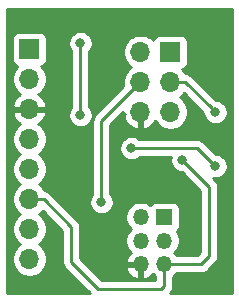
<source format=gbr>
G04 #@! TF.GenerationSoftware,KiCad,Pcbnew,(5.1.5-0-10_14)*
G04 #@! TF.CreationDate,2020-05-14T21:48:16+01:00*
G04 #@! TF.ProjectId,SnapICSP,536e6170-4943-4535-902e-6b696361645f,rev?*
G04 #@! TF.SameCoordinates,Original*
G04 #@! TF.FileFunction,Copper,L2,Bot*
G04 #@! TF.FilePolarity,Positive*
%FSLAX46Y46*%
G04 Gerber Fmt 4.6, Leading zero omitted, Abs format (unit mm)*
G04 Created by KiCad (PCBNEW (5.1.5-0-10_14)) date 2020-05-14 21:48:16*
%MOMM*%
%LPD*%
G04 APERTURE LIST*
%ADD10R,1.700000X1.700000*%
%ADD11O,1.700000X1.700000*%
%ADD12R,1.350000X1.350000*%
%ADD13O,1.350000X1.350000*%
%ADD14C,0.800000*%
%ADD15C,0.250000*%
%ADD16C,0.254000*%
G04 APERTURE END LIST*
D10*
X88900000Y54356000D03*
D11*
X88900000Y51816000D03*
X88900000Y49276000D03*
X88900000Y46736000D03*
X88900000Y44196000D03*
X88900000Y41656000D03*
X88900000Y39116000D03*
X88900000Y36576000D03*
D12*
X100330000Y40132000D03*
D13*
X98330000Y40132000D03*
X100330000Y38132000D03*
X98330000Y38132000D03*
X100330000Y36132000D03*
X98330000Y36132000D03*
D10*
X100838000Y54102000D03*
D11*
X98298000Y54102000D03*
X100838000Y51562000D03*
X98298000Y51562000D03*
X100838000Y49022000D03*
X98298000Y49022000D03*
D14*
X94996000Y41402000D03*
X101854000Y44958000D03*
X104648000Y49022000D03*
X104647994Y44450000D03*
X97536000Y45974000D03*
X93218000Y54864000D03*
X93218000Y48768000D03*
D15*
X94996000Y48260000D02*
X94996000Y41402000D01*
X98298000Y51562000D02*
X94996000Y48260000D01*
X90102081Y41656000D02*
X92456000Y39302081D01*
X88900000Y41656000D02*
X90102081Y41656000D01*
X92456000Y39302081D02*
X92456000Y36322000D01*
X92456000Y36322000D02*
X94742000Y34036000D01*
X94742000Y34036000D02*
X100076000Y34036000D01*
X100330000Y34290000D02*
X100330000Y36132000D01*
X100076000Y34036000D02*
X100330000Y34290000D01*
X101854000Y44958000D02*
X104140000Y42672000D01*
X104140000Y42672000D02*
X104140000Y36830000D01*
X103442000Y36132000D02*
X100330000Y36132000D01*
X104140000Y36830000D02*
X103442000Y36132000D01*
X102108000Y51562000D02*
X104248001Y49421999D01*
X100838000Y51562000D02*
X102108000Y51562000D01*
X104248001Y49421999D02*
X104648000Y49022000D01*
X98101685Y45974000D02*
X97536000Y45974000D01*
X104647994Y44450000D02*
X103123994Y45974000D01*
X103123994Y45974000D02*
X98101685Y45974000D01*
X93218000Y48768000D02*
X93218000Y54864000D01*
D16*
G36*
X106020001Y33680000D02*
G01*
X100794801Y33680000D01*
X100840998Y33726197D01*
X100870001Y33749999D01*
X100964974Y33865724D01*
X101035546Y33997753D01*
X101079003Y34141014D01*
X101090000Y34252667D01*
X101090000Y34252676D01*
X101093676Y34289999D01*
X101090000Y34327322D01*
X101090000Y35064291D01*
X101165077Y35114456D01*
X101347544Y35296923D01*
X101397709Y35372000D01*
X103404678Y35372000D01*
X103442000Y35368324D01*
X103479322Y35372000D01*
X103479333Y35372000D01*
X103590986Y35382997D01*
X103734247Y35426454D01*
X103866276Y35497026D01*
X103982001Y35591999D01*
X104005803Y35621002D01*
X104651002Y36266201D01*
X104680001Y36289999D01*
X104706332Y36322083D01*
X104774974Y36405723D01*
X104845546Y36537753D01*
X104877472Y36643002D01*
X104889003Y36681014D01*
X104900000Y36792667D01*
X104900000Y36792676D01*
X104903676Y36829999D01*
X104900000Y36867322D01*
X104900000Y42634678D01*
X104903676Y42672001D01*
X104900000Y42709324D01*
X104900000Y42709333D01*
X104889003Y42820986D01*
X104845546Y42964247D01*
X104774974Y43096276D01*
X104680001Y43212001D01*
X104651004Y43235798D01*
X104453365Y43433437D01*
X104546055Y43415000D01*
X104749933Y43415000D01*
X104949892Y43454774D01*
X105138250Y43532795D01*
X105307768Y43646063D01*
X105451931Y43790226D01*
X105565199Y43959744D01*
X105643220Y44148102D01*
X105682994Y44348061D01*
X105682994Y44551939D01*
X105643220Y44751898D01*
X105565199Y44940256D01*
X105451931Y45109774D01*
X105307768Y45253937D01*
X105138250Y45367205D01*
X104949892Y45445226D01*
X104749933Y45485000D01*
X104687796Y45485000D01*
X103687797Y46484998D01*
X103663995Y46514001D01*
X103548270Y46608974D01*
X103416241Y46679546D01*
X103272980Y46723003D01*
X103161327Y46734000D01*
X103161316Y46734000D01*
X103123994Y46737676D01*
X103086672Y46734000D01*
X98239711Y46734000D01*
X98195774Y46777937D01*
X98026256Y46891205D01*
X97837898Y46969226D01*
X97637939Y47009000D01*
X97434061Y47009000D01*
X97234102Y46969226D01*
X97045744Y46891205D01*
X96876226Y46777937D01*
X96732063Y46633774D01*
X96618795Y46464256D01*
X96540774Y46275898D01*
X96501000Y46075939D01*
X96501000Y45872061D01*
X96540774Y45672102D01*
X96618795Y45483744D01*
X96732063Y45314226D01*
X96876226Y45170063D01*
X97045744Y45056795D01*
X97234102Y44978774D01*
X97434061Y44939000D01*
X97637939Y44939000D01*
X97837898Y44978774D01*
X98026256Y45056795D01*
X98195774Y45170063D01*
X98239711Y45214000D01*
X100849644Y45214000D01*
X100819000Y45059939D01*
X100819000Y44856061D01*
X100858774Y44656102D01*
X100936795Y44467744D01*
X101050063Y44298226D01*
X101194226Y44154063D01*
X101363744Y44040795D01*
X101552102Y43962774D01*
X101752061Y43923000D01*
X101814199Y43923000D01*
X103380000Y42357198D01*
X103380001Y37144803D01*
X103127199Y36892000D01*
X101397709Y36892000D01*
X101347544Y36967077D01*
X101182621Y37132000D01*
X101347544Y37296923D01*
X101490907Y37511482D01*
X101589658Y37749887D01*
X101640000Y38002976D01*
X101640000Y38261024D01*
X101589658Y38514113D01*
X101490907Y38752518D01*
X101369303Y38934513D01*
X101456185Y39005815D01*
X101535537Y39102506D01*
X101594502Y39212820D01*
X101630812Y39332518D01*
X101643072Y39457000D01*
X101643072Y40807000D01*
X101630812Y40931482D01*
X101594502Y41051180D01*
X101535537Y41161494D01*
X101456185Y41258185D01*
X101359494Y41337537D01*
X101249180Y41396502D01*
X101129482Y41432812D01*
X101005000Y41445072D01*
X99655000Y41445072D01*
X99530518Y41432812D01*
X99410820Y41396502D01*
X99300506Y41337537D01*
X99203815Y41258185D01*
X99132513Y41171303D01*
X98950518Y41292907D01*
X98712113Y41391658D01*
X98459024Y41442000D01*
X98200976Y41442000D01*
X97947887Y41391658D01*
X97709482Y41292907D01*
X97494923Y41149544D01*
X97312456Y40967077D01*
X97169093Y40752518D01*
X97070342Y40514113D01*
X97020000Y40261024D01*
X97020000Y40002976D01*
X97070342Y39749887D01*
X97169093Y39511482D01*
X97312456Y39296923D01*
X97477379Y39132000D01*
X97312456Y38967077D01*
X97169093Y38752518D01*
X97070342Y38514113D01*
X97020000Y38261024D01*
X97020000Y38002976D01*
X97070342Y37749887D01*
X97169093Y37511482D01*
X97312456Y37296923D01*
X97484060Y37125319D01*
X97351697Y37003227D01*
X97200527Y36795629D01*
X97092762Y36562528D01*
X97062090Y36461400D01*
X97185776Y36259000D01*
X98203000Y36259000D01*
X98203000Y36279000D01*
X98457000Y36279000D01*
X98457000Y36259000D01*
X98477000Y36259000D01*
X98477000Y36005000D01*
X98457000Y36005000D01*
X98457000Y34986915D01*
X98659401Y34864085D01*
X98900430Y34952711D01*
X99119537Y35086656D01*
X99308303Y35260773D01*
X99325285Y35284094D01*
X99494923Y35114456D01*
X99570000Y35064291D01*
X99570000Y34796000D01*
X95056802Y34796000D01*
X94050202Y35802600D01*
X97062090Y35802600D01*
X97092762Y35701472D01*
X97200527Y35468371D01*
X97351697Y35260773D01*
X97540463Y35086656D01*
X97759570Y34952711D01*
X98000599Y34864085D01*
X98203000Y34986915D01*
X98203000Y36005000D01*
X97185776Y36005000D01*
X97062090Y35802600D01*
X94050202Y35802600D01*
X93216000Y36636801D01*
X93216000Y39264759D01*
X93219676Y39302082D01*
X93216000Y39339405D01*
X93216000Y39339414D01*
X93205003Y39451067D01*
X93161546Y39594328D01*
X93090974Y39726357D01*
X92996001Y39842082D01*
X92967004Y39865879D01*
X91328944Y41503939D01*
X93961000Y41503939D01*
X93961000Y41300061D01*
X94000774Y41100102D01*
X94078795Y40911744D01*
X94192063Y40742226D01*
X94336226Y40598063D01*
X94505744Y40484795D01*
X94694102Y40406774D01*
X94894061Y40367000D01*
X95097939Y40367000D01*
X95297898Y40406774D01*
X95486256Y40484795D01*
X95655774Y40598063D01*
X95799937Y40742226D01*
X95913205Y40911744D01*
X95991226Y41100102D01*
X96031000Y41300061D01*
X96031000Y41503939D01*
X95991226Y41703898D01*
X95913205Y41892256D01*
X95799937Y42061774D01*
X95756000Y42105711D01*
X95756000Y47945199D01*
X96813000Y49002199D01*
X96813000Y48894998D01*
X96977844Y48894998D01*
X96856524Y48665110D01*
X96901175Y48517901D01*
X97026359Y48255080D01*
X97200412Y48021731D01*
X97416645Y47826822D01*
X97666748Y47677843D01*
X97941109Y47580519D01*
X98171000Y47701186D01*
X98171000Y48895000D01*
X98151000Y48895000D01*
X98151000Y49149000D01*
X98171000Y49149000D01*
X98171000Y49169000D01*
X98425000Y49169000D01*
X98425000Y49149000D01*
X98445000Y49149000D01*
X98445000Y48895000D01*
X98425000Y48895000D01*
X98425000Y47701186D01*
X98654891Y47580519D01*
X98929252Y47677843D01*
X99179355Y47826822D01*
X99395588Y48021731D01*
X99566900Y48251406D01*
X99684525Y48075368D01*
X99891368Y47868525D01*
X100134589Y47706010D01*
X100404842Y47594068D01*
X100691740Y47537000D01*
X100984260Y47537000D01*
X101271158Y47594068D01*
X101541411Y47706010D01*
X101784632Y47868525D01*
X101991475Y48075368D01*
X102153990Y48318589D01*
X102265932Y48588842D01*
X102323000Y48875740D01*
X102323000Y49168260D01*
X102265932Y49455158D01*
X102153990Y49725411D01*
X101991475Y49968632D01*
X101784632Y50175475D01*
X101610240Y50292000D01*
X101784632Y50408525D01*
X101985653Y50609546D01*
X103613000Y48982197D01*
X103613000Y48920061D01*
X103652774Y48720102D01*
X103730795Y48531744D01*
X103844063Y48362226D01*
X103988226Y48218063D01*
X104157744Y48104795D01*
X104346102Y48026774D01*
X104546061Y47987000D01*
X104749939Y47987000D01*
X104949898Y48026774D01*
X105138256Y48104795D01*
X105307774Y48218063D01*
X105451937Y48362226D01*
X105565205Y48531744D01*
X105643226Y48720102D01*
X105683000Y48920061D01*
X105683000Y49123939D01*
X105643226Y49323898D01*
X105565205Y49512256D01*
X105451937Y49681774D01*
X105307774Y49825937D01*
X105138256Y49939205D01*
X104949898Y50017226D01*
X104749939Y50057000D01*
X104687803Y50057000D01*
X102671804Y52072998D01*
X102648001Y52102001D01*
X102532276Y52196974D01*
X102400247Y52267546D01*
X102256986Y52311003D01*
X102145333Y52322000D01*
X102145322Y52322000D01*
X102114125Y52325073D01*
X101991475Y52508632D01*
X101859620Y52640487D01*
X101932180Y52662498D01*
X102042494Y52721463D01*
X102139185Y52800815D01*
X102218537Y52897506D01*
X102277502Y53007820D01*
X102313812Y53127518D01*
X102326072Y53252000D01*
X102326072Y54952000D01*
X102313812Y55076482D01*
X102277502Y55196180D01*
X102218537Y55306494D01*
X102139185Y55403185D01*
X102042494Y55482537D01*
X101932180Y55541502D01*
X101812482Y55577812D01*
X101688000Y55590072D01*
X99988000Y55590072D01*
X99863518Y55577812D01*
X99743820Y55541502D01*
X99633506Y55482537D01*
X99536815Y55403185D01*
X99457463Y55306494D01*
X99398498Y55196180D01*
X99376487Y55123620D01*
X99244632Y55255475D01*
X99001411Y55417990D01*
X98731158Y55529932D01*
X98444260Y55587000D01*
X98151740Y55587000D01*
X97864842Y55529932D01*
X97594589Y55417990D01*
X97351368Y55255475D01*
X97144525Y55048632D01*
X96982010Y54805411D01*
X96870068Y54535158D01*
X96813000Y54248260D01*
X96813000Y53955740D01*
X96870068Y53668842D01*
X96982010Y53398589D01*
X97144525Y53155368D01*
X97351368Y52948525D01*
X97525760Y52832000D01*
X97351368Y52715475D01*
X97144525Y52508632D01*
X96982010Y52265411D01*
X96870068Y51995158D01*
X96813000Y51708260D01*
X96813000Y51415740D01*
X96856790Y51195592D01*
X94485003Y48823804D01*
X94455999Y48800001D01*
X94400871Y48732826D01*
X94361026Y48684276D01*
X94314763Y48597724D01*
X94290454Y48552246D01*
X94246997Y48408985D01*
X94236000Y48297332D01*
X94236000Y48297322D01*
X94232324Y48260000D01*
X94236000Y48222677D01*
X94236001Y42105712D01*
X94192063Y42061774D01*
X94078795Y41892256D01*
X94000774Y41703898D01*
X93961000Y41503939D01*
X91328944Y41503939D01*
X90665885Y42166997D01*
X90642082Y42196001D01*
X90526357Y42290974D01*
X90394328Y42361546D01*
X90251067Y42405003D01*
X90180909Y42411913D01*
X90053475Y42602632D01*
X89846632Y42809475D01*
X89672240Y42926000D01*
X89846632Y43042525D01*
X90053475Y43249368D01*
X90215990Y43492589D01*
X90327932Y43762842D01*
X90385000Y44049740D01*
X90385000Y44342260D01*
X90327932Y44629158D01*
X90215990Y44899411D01*
X90053475Y45142632D01*
X89846632Y45349475D01*
X89672240Y45466000D01*
X89846632Y45582525D01*
X90053475Y45789368D01*
X90215990Y46032589D01*
X90327932Y46302842D01*
X90385000Y46589740D01*
X90385000Y46882260D01*
X90327932Y47169158D01*
X90215990Y47439411D01*
X90053475Y47682632D01*
X89846632Y47889475D01*
X89664466Y48011195D01*
X89781355Y48080822D01*
X89997588Y48275731D01*
X90171641Y48509080D01*
X90296825Y48771901D01*
X90341476Y48919110D01*
X90220155Y49149000D01*
X89027000Y49149000D01*
X89027000Y49129000D01*
X88773000Y49129000D01*
X88773000Y49149000D01*
X87579845Y49149000D01*
X87458524Y48919110D01*
X87503175Y48771901D01*
X87628359Y48509080D01*
X87802412Y48275731D01*
X88018645Y48080822D01*
X88135534Y48011195D01*
X87953368Y47889475D01*
X87746525Y47682632D01*
X87584010Y47439411D01*
X87472068Y47169158D01*
X87415000Y46882260D01*
X87415000Y46589740D01*
X87472068Y46302842D01*
X87584010Y46032589D01*
X87746525Y45789368D01*
X87953368Y45582525D01*
X88127760Y45466000D01*
X87953368Y45349475D01*
X87746525Y45142632D01*
X87584010Y44899411D01*
X87472068Y44629158D01*
X87415000Y44342260D01*
X87415000Y44049740D01*
X87472068Y43762842D01*
X87584010Y43492589D01*
X87746525Y43249368D01*
X87953368Y43042525D01*
X88127760Y42926000D01*
X87953368Y42809475D01*
X87746525Y42602632D01*
X87584010Y42359411D01*
X87472068Y42089158D01*
X87415000Y41802260D01*
X87415000Y41509740D01*
X87472068Y41222842D01*
X87584010Y40952589D01*
X87746525Y40709368D01*
X87953368Y40502525D01*
X88127760Y40386000D01*
X87953368Y40269475D01*
X87746525Y40062632D01*
X87584010Y39819411D01*
X87472068Y39549158D01*
X87415000Y39262260D01*
X87415000Y38969740D01*
X87472068Y38682842D01*
X87584010Y38412589D01*
X87746525Y38169368D01*
X87953368Y37962525D01*
X88127760Y37846000D01*
X87953368Y37729475D01*
X87746525Y37522632D01*
X87584010Y37279411D01*
X87472068Y37009158D01*
X87415000Y36722260D01*
X87415000Y36429740D01*
X87472068Y36142842D01*
X87584010Y35872589D01*
X87746525Y35629368D01*
X87953368Y35422525D01*
X88196589Y35260010D01*
X88466842Y35148068D01*
X88753740Y35091000D01*
X89046260Y35091000D01*
X89333158Y35148068D01*
X89603411Y35260010D01*
X89846632Y35422525D01*
X90053475Y35629368D01*
X90215990Y35872589D01*
X90327932Y36142842D01*
X90385000Y36429740D01*
X90385000Y36722260D01*
X90327932Y37009158D01*
X90215990Y37279411D01*
X90053475Y37522632D01*
X89846632Y37729475D01*
X89672240Y37846000D01*
X89846632Y37962525D01*
X90053475Y38169368D01*
X90215990Y38412589D01*
X90327932Y38682842D01*
X90385000Y38969740D01*
X90385000Y39262260D01*
X90327932Y39549158D01*
X90215990Y39819411D01*
X90053475Y40062632D01*
X89846632Y40269475D01*
X89672240Y40386000D01*
X89846632Y40502525D01*
X90013693Y40669586D01*
X91696000Y38987279D01*
X91696001Y36359332D01*
X91692324Y36322000D01*
X91696001Y36284667D01*
X91706998Y36173014D01*
X91719439Y36132000D01*
X91750454Y36029754D01*
X91821026Y35897724D01*
X91892201Y35810998D01*
X91916000Y35781999D01*
X91944998Y35758201D01*
X94023198Y33680000D01*
X87020000Y33680000D01*
X87020000Y55206000D01*
X87411928Y55206000D01*
X87411928Y53506000D01*
X87424188Y53381518D01*
X87460498Y53261820D01*
X87519463Y53151506D01*
X87598815Y53054815D01*
X87695506Y52975463D01*
X87805820Y52916498D01*
X87878380Y52894487D01*
X87746525Y52762632D01*
X87584010Y52519411D01*
X87472068Y52249158D01*
X87415000Y51962260D01*
X87415000Y51669740D01*
X87472068Y51382842D01*
X87584010Y51112589D01*
X87746525Y50869368D01*
X87953368Y50662525D01*
X88135534Y50540805D01*
X88018645Y50471178D01*
X87802412Y50276269D01*
X87628359Y50042920D01*
X87503175Y49780099D01*
X87458524Y49632890D01*
X87579845Y49403000D01*
X88773000Y49403000D01*
X88773000Y49423000D01*
X89027000Y49423000D01*
X89027000Y49403000D01*
X90220155Y49403000D01*
X90341476Y49632890D01*
X90296825Y49780099D01*
X90171641Y50042920D01*
X89997588Y50276269D01*
X89781355Y50471178D01*
X89664466Y50540805D01*
X89846632Y50662525D01*
X90053475Y50869368D01*
X90215990Y51112589D01*
X90327932Y51382842D01*
X90385000Y51669740D01*
X90385000Y51962260D01*
X90327932Y52249158D01*
X90215990Y52519411D01*
X90053475Y52762632D01*
X89921620Y52894487D01*
X89994180Y52916498D01*
X90104494Y52975463D01*
X90201185Y53054815D01*
X90280537Y53151506D01*
X90339502Y53261820D01*
X90375812Y53381518D01*
X90388072Y53506000D01*
X90388072Y54965939D01*
X92183000Y54965939D01*
X92183000Y54762061D01*
X92222774Y54562102D01*
X92300795Y54373744D01*
X92414063Y54204226D01*
X92458001Y54160288D01*
X92458000Y49471711D01*
X92414063Y49427774D01*
X92300795Y49258256D01*
X92222774Y49069898D01*
X92183000Y48869939D01*
X92183000Y48666061D01*
X92222774Y48466102D01*
X92300795Y48277744D01*
X92414063Y48108226D01*
X92558226Y47964063D01*
X92727744Y47850795D01*
X92916102Y47772774D01*
X93116061Y47733000D01*
X93319939Y47733000D01*
X93519898Y47772774D01*
X93708256Y47850795D01*
X93877774Y47964063D01*
X94021937Y48108226D01*
X94135205Y48277744D01*
X94213226Y48466102D01*
X94253000Y48666061D01*
X94253000Y48869939D01*
X94213226Y49069898D01*
X94135205Y49258256D01*
X94021937Y49427774D01*
X93978000Y49471711D01*
X93978000Y54160289D01*
X94021937Y54204226D01*
X94135205Y54373744D01*
X94213226Y54562102D01*
X94253000Y54762061D01*
X94253000Y54965939D01*
X94213226Y55165898D01*
X94135205Y55354256D01*
X94021937Y55523774D01*
X93877774Y55667937D01*
X93708256Y55781205D01*
X93519898Y55859226D01*
X93319939Y55899000D01*
X93116061Y55899000D01*
X92916102Y55859226D01*
X92727744Y55781205D01*
X92558226Y55667937D01*
X92414063Y55523774D01*
X92300795Y55354256D01*
X92222774Y55165898D01*
X92183000Y54965939D01*
X90388072Y54965939D01*
X90388072Y55206000D01*
X90375812Y55330482D01*
X90339502Y55450180D01*
X90280537Y55560494D01*
X90201185Y55657185D01*
X90104494Y55736537D01*
X89994180Y55795502D01*
X89874482Y55831812D01*
X89750000Y55844072D01*
X88050000Y55844072D01*
X87925518Y55831812D01*
X87805820Y55795502D01*
X87695506Y55736537D01*
X87598815Y55657185D01*
X87519463Y55560494D01*
X87460498Y55450180D01*
X87424188Y55330482D01*
X87411928Y55206000D01*
X87020000Y55206000D01*
X87020000Y57760000D01*
X106020000Y57760000D01*
X106020001Y33680000D01*
G37*
X106020001Y33680000D02*
X100794801Y33680000D01*
X100840998Y33726197D01*
X100870001Y33749999D01*
X100964974Y33865724D01*
X101035546Y33997753D01*
X101079003Y34141014D01*
X101090000Y34252667D01*
X101090000Y34252676D01*
X101093676Y34289999D01*
X101090000Y34327322D01*
X101090000Y35064291D01*
X101165077Y35114456D01*
X101347544Y35296923D01*
X101397709Y35372000D01*
X103404678Y35372000D01*
X103442000Y35368324D01*
X103479322Y35372000D01*
X103479333Y35372000D01*
X103590986Y35382997D01*
X103734247Y35426454D01*
X103866276Y35497026D01*
X103982001Y35591999D01*
X104005803Y35621002D01*
X104651002Y36266201D01*
X104680001Y36289999D01*
X104706332Y36322083D01*
X104774974Y36405723D01*
X104845546Y36537753D01*
X104877472Y36643002D01*
X104889003Y36681014D01*
X104900000Y36792667D01*
X104900000Y36792676D01*
X104903676Y36829999D01*
X104900000Y36867322D01*
X104900000Y42634678D01*
X104903676Y42672001D01*
X104900000Y42709324D01*
X104900000Y42709333D01*
X104889003Y42820986D01*
X104845546Y42964247D01*
X104774974Y43096276D01*
X104680001Y43212001D01*
X104651004Y43235798D01*
X104453365Y43433437D01*
X104546055Y43415000D01*
X104749933Y43415000D01*
X104949892Y43454774D01*
X105138250Y43532795D01*
X105307768Y43646063D01*
X105451931Y43790226D01*
X105565199Y43959744D01*
X105643220Y44148102D01*
X105682994Y44348061D01*
X105682994Y44551939D01*
X105643220Y44751898D01*
X105565199Y44940256D01*
X105451931Y45109774D01*
X105307768Y45253937D01*
X105138250Y45367205D01*
X104949892Y45445226D01*
X104749933Y45485000D01*
X104687796Y45485000D01*
X103687797Y46484998D01*
X103663995Y46514001D01*
X103548270Y46608974D01*
X103416241Y46679546D01*
X103272980Y46723003D01*
X103161327Y46734000D01*
X103161316Y46734000D01*
X103123994Y46737676D01*
X103086672Y46734000D01*
X98239711Y46734000D01*
X98195774Y46777937D01*
X98026256Y46891205D01*
X97837898Y46969226D01*
X97637939Y47009000D01*
X97434061Y47009000D01*
X97234102Y46969226D01*
X97045744Y46891205D01*
X96876226Y46777937D01*
X96732063Y46633774D01*
X96618795Y46464256D01*
X96540774Y46275898D01*
X96501000Y46075939D01*
X96501000Y45872061D01*
X96540774Y45672102D01*
X96618795Y45483744D01*
X96732063Y45314226D01*
X96876226Y45170063D01*
X97045744Y45056795D01*
X97234102Y44978774D01*
X97434061Y44939000D01*
X97637939Y44939000D01*
X97837898Y44978774D01*
X98026256Y45056795D01*
X98195774Y45170063D01*
X98239711Y45214000D01*
X100849644Y45214000D01*
X100819000Y45059939D01*
X100819000Y44856061D01*
X100858774Y44656102D01*
X100936795Y44467744D01*
X101050063Y44298226D01*
X101194226Y44154063D01*
X101363744Y44040795D01*
X101552102Y43962774D01*
X101752061Y43923000D01*
X101814199Y43923000D01*
X103380000Y42357198D01*
X103380001Y37144803D01*
X103127199Y36892000D01*
X101397709Y36892000D01*
X101347544Y36967077D01*
X101182621Y37132000D01*
X101347544Y37296923D01*
X101490907Y37511482D01*
X101589658Y37749887D01*
X101640000Y38002976D01*
X101640000Y38261024D01*
X101589658Y38514113D01*
X101490907Y38752518D01*
X101369303Y38934513D01*
X101456185Y39005815D01*
X101535537Y39102506D01*
X101594502Y39212820D01*
X101630812Y39332518D01*
X101643072Y39457000D01*
X101643072Y40807000D01*
X101630812Y40931482D01*
X101594502Y41051180D01*
X101535537Y41161494D01*
X101456185Y41258185D01*
X101359494Y41337537D01*
X101249180Y41396502D01*
X101129482Y41432812D01*
X101005000Y41445072D01*
X99655000Y41445072D01*
X99530518Y41432812D01*
X99410820Y41396502D01*
X99300506Y41337537D01*
X99203815Y41258185D01*
X99132513Y41171303D01*
X98950518Y41292907D01*
X98712113Y41391658D01*
X98459024Y41442000D01*
X98200976Y41442000D01*
X97947887Y41391658D01*
X97709482Y41292907D01*
X97494923Y41149544D01*
X97312456Y40967077D01*
X97169093Y40752518D01*
X97070342Y40514113D01*
X97020000Y40261024D01*
X97020000Y40002976D01*
X97070342Y39749887D01*
X97169093Y39511482D01*
X97312456Y39296923D01*
X97477379Y39132000D01*
X97312456Y38967077D01*
X97169093Y38752518D01*
X97070342Y38514113D01*
X97020000Y38261024D01*
X97020000Y38002976D01*
X97070342Y37749887D01*
X97169093Y37511482D01*
X97312456Y37296923D01*
X97484060Y37125319D01*
X97351697Y37003227D01*
X97200527Y36795629D01*
X97092762Y36562528D01*
X97062090Y36461400D01*
X97185776Y36259000D01*
X98203000Y36259000D01*
X98203000Y36279000D01*
X98457000Y36279000D01*
X98457000Y36259000D01*
X98477000Y36259000D01*
X98477000Y36005000D01*
X98457000Y36005000D01*
X98457000Y34986915D01*
X98659401Y34864085D01*
X98900430Y34952711D01*
X99119537Y35086656D01*
X99308303Y35260773D01*
X99325285Y35284094D01*
X99494923Y35114456D01*
X99570000Y35064291D01*
X99570000Y34796000D01*
X95056802Y34796000D01*
X94050202Y35802600D01*
X97062090Y35802600D01*
X97092762Y35701472D01*
X97200527Y35468371D01*
X97351697Y35260773D01*
X97540463Y35086656D01*
X97759570Y34952711D01*
X98000599Y34864085D01*
X98203000Y34986915D01*
X98203000Y36005000D01*
X97185776Y36005000D01*
X97062090Y35802600D01*
X94050202Y35802600D01*
X93216000Y36636801D01*
X93216000Y39264759D01*
X93219676Y39302082D01*
X93216000Y39339405D01*
X93216000Y39339414D01*
X93205003Y39451067D01*
X93161546Y39594328D01*
X93090974Y39726357D01*
X92996001Y39842082D01*
X92967004Y39865879D01*
X91328944Y41503939D01*
X93961000Y41503939D01*
X93961000Y41300061D01*
X94000774Y41100102D01*
X94078795Y40911744D01*
X94192063Y40742226D01*
X94336226Y40598063D01*
X94505744Y40484795D01*
X94694102Y40406774D01*
X94894061Y40367000D01*
X95097939Y40367000D01*
X95297898Y40406774D01*
X95486256Y40484795D01*
X95655774Y40598063D01*
X95799937Y40742226D01*
X95913205Y40911744D01*
X95991226Y41100102D01*
X96031000Y41300061D01*
X96031000Y41503939D01*
X95991226Y41703898D01*
X95913205Y41892256D01*
X95799937Y42061774D01*
X95756000Y42105711D01*
X95756000Y47945199D01*
X96813000Y49002199D01*
X96813000Y48894998D01*
X96977844Y48894998D01*
X96856524Y48665110D01*
X96901175Y48517901D01*
X97026359Y48255080D01*
X97200412Y48021731D01*
X97416645Y47826822D01*
X97666748Y47677843D01*
X97941109Y47580519D01*
X98171000Y47701186D01*
X98171000Y48895000D01*
X98151000Y48895000D01*
X98151000Y49149000D01*
X98171000Y49149000D01*
X98171000Y49169000D01*
X98425000Y49169000D01*
X98425000Y49149000D01*
X98445000Y49149000D01*
X98445000Y48895000D01*
X98425000Y48895000D01*
X98425000Y47701186D01*
X98654891Y47580519D01*
X98929252Y47677843D01*
X99179355Y47826822D01*
X99395588Y48021731D01*
X99566900Y48251406D01*
X99684525Y48075368D01*
X99891368Y47868525D01*
X100134589Y47706010D01*
X100404842Y47594068D01*
X100691740Y47537000D01*
X100984260Y47537000D01*
X101271158Y47594068D01*
X101541411Y47706010D01*
X101784632Y47868525D01*
X101991475Y48075368D01*
X102153990Y48318589D01*
X102265932Y48588842D01*
X102323000Y48875740D01*
X102323000Y49168260D01*
X102265932Y49455158D01*
X102153990Y49725411D01*
X101991475Y49968632D01*
X101784632Y50175475D01*
X101610240Y50292000D01*
X101784632Y50408525D01*
X101985653Y50609546D01*
X103613000Y48982197D01*
X103613000Y48920061D01*
X103652774Y48720102D01*
X103730795Y48531744D01*
X103844063Y48362226D01*
X103988226Y48218063D01*
X104157744Y48104795D01*
X104346102Y48026774D01*
X104546061Y47987000D01*
X104749939Y47987000D01*
X104949898Y48026774D01*
X105138256Y48104795D01*
X105307774Y48218063D01*
X105451937Y48362226D01*
X105565205Y48531744D01*
X105643226Y48720102D01*
X105683000Y48920061D01*
X105683000Y49123939D01*
X105643226Y49323898D01*
X105565205Y49512256D01*
X105451937Y49681774D01*
X105307774Y49825937D01*
X105138256Y49939205D01*
X104949898Y50017226D01*
X104749939Y50057000D01*
X104687803Y50057000D01*
X102671804Y52072998D01*
X102648001Y52102001D01*
X102532276Y52196974D01*
X102400247Y52267546D01*
X102256986Y52311003D01*
X102145333Y52322000D01*
X102145322Y52322000D01*
X102114125Y52325073D01*
X101991475Y52508632D01*
X101859620Y52640487D01*
X101932180Y52662498D01*
X102042494Y52721463D01*
X102139185Y52800815D01*
X102218537Y52897506D01*
X102277502Y53007820D01*
X102313812Y53127518D01*
X102326072Y53252000D01*
X102326072Y54952000D01*
X102313812Y55076482D01*
X102277502Y55196180D01*
X102218537Y55306494D01*
X102139185Y55403185D01*
X102042494Y55482537D01*
X101932180Y55541502D01*
X101812482Y55577812D01*
X101688000Y55590072D01*
X99988000Y55590072D01*
X99863518Y55577812D01*
X99743820Y55541502D01*
X99633506Y55482537D01*
X99536815Y55403185D01*
X99457463Y55306494D01*
X99398498Y55196180D01*
X99376487Y55123620D01*
X99244632Y55255475D01*
X99001411Y55417990D01*
X98731158Y55529932D01*
X98444260Y55587000D01*
X98151740Y55587000D01*
X97864842Y55529932D01*
X97594589Y55417990D01*
X97351368Y55255475D01*
X97144525Y55048632D01*
X96982010Y54805411D01*
X96870068Y54535158D01*
X96813000Y54248260D01*
X96813000Y53955740D01*
X96870068Y53668842D01*
X96982010Y53398589D01*
X97144525Y53155368D01*
X97351368Y52948525D01*
X97525760Y52832000D01*
X97351368Y52715475D01*
X97144525Y52508632D01*
X96982010Y52265411D01*
X96870068Y51995158D01*
X96813000Y51708260D01*
X96813000Y51415740D01*
X96856790Y51195592D01*
X94485003Y48823804D01*
X94455999Y48800001D01*
X94400871Y48732826D01*
X94361026Y48684276D01*
X94314763Y48597724D01*
X94290454Y48552246D01*
X94246997Y48408985D01*
X94236000Y48297332D01*
X94236000Y48297322D01*
X94232324Y48260000D01*
X94236000Y48222677D01*
X94236001Y42105712D01*
X94192063Y42061774D01*
X94078795Y41892256D01*
X94000774Y41703898D01*
X93961000Y41503939D01*
X91328944Y41503939D01*
X90665885Y42166997D01*
X90642082Y42196001D01*
X90526357Y42290974D01*
X90394328Y42361546D01*
X90251067Y42405003D01*
X90180909Y42411913D01*
X90053475Y42602632D01*
X89846632Y42809475D01*
X89672240Y42926000D01*
X89846632Y43042525D01*
X90053475Y43249368D01*
X90215990Y43492589D01*
X90327932Y43762842D01*
X90385000Y44049740D01*
X90385000Y44342260D01*
X90327932Y44629158D01*
X90215990Y44899411D01*
X90053475Y45142632D01*
X89846632Y45349475D01*
X89672240Y45466000D01*
X89846632Y45582525D01*
X90053475Y45789368D01*
X90215990Y46032589D01*
X90327932Y46302842D01*
X90385000Y46589740D01*
X90385000Y46882260D01*
X90327932Y47169158D01*
X90215990Y47439411D01*
X90053475Y47682632D01*
X89846632Y47889475D01*
X89664466Y48011195D01*
X89781355Y48080822D01*
X89997588Y48275731D01*
X90171641Y48509080D01*
X90296825Y48771901D01*
X90341476Y48919110D01*
X90220155Y49149000D01*
X89027000Y49149000D01*
X89027000Y49129000D01*
X88773000Y49129000D01*
X88773000Y49149000D01*
X87579845Y49149000D01*
X87458524Y48919110D01*
X87503175Y48771901D01*
X87628359Y48509080D01*
X87802412Y48275731D01*
X88018645Y48080822D01*
X88135534Y48011195D01*
X87953368Y47889475D01*
X87746525Y47682632D01*
X87584010Y47439411D01*
X87472068Y47169158D01*
X87415000Y46882260D01*
X87415000Y46589740D01*
X87472068Y46302842D01*
X87584010Y46032589D01*
X87746525Y45789368D01*
X87953368Y45582525D01*
X88127760Y45466000D01*
X87953368Y45349475D01*
X87746525Y45142632D01*
X87584010Y44899411D01*
X87472068Y44629158D01*
X87415000Y44342260D01*
X87415000Y44049740D01*
X87472068Y43762842D01*
X87584010Y43492589D01*
X87746525Y43249368D01*
X87953368Y43042525D01*
X88127760Y42926000D01*
X87953368Y42809475D01*
X87746525Y42602632D01*
X87584010Y42359411D01*
X87472068Y42089158D01*
X87415000Y41802260D01*
X87415000Y41509740D01*
X87472068Y41222842D01*
X87584010Y40952589D01*
X87746525Y40709368D01*
X87953368Y40502525D01*
X88127760Y40386000D01*
X87953368Y40269475D01*
X87746525Y40062632D01*
X87584010Y39819411D01*
X87472068Y39549158D01*
X87415000Y39262260D01*
X87415000Y38969740D01*
X87472068Y38682842D01*
X87584010Y38412589D01*
X87746525Y38169368D01*
X87953368Y37962525D01*
X88127760Y37846000D01*
X87953368Y37729475D01*
X87746525Y37522632D01*
X87584010Y37279411D01*
X87472068Y37009158D01*
X87415000Y36722260D01*
X87415000Y36429740D01*
X87472068Y36142842D01*
X87584010Y35872589D01*
X87746525Y35629368D01*
X87953368Y35422525D01*
X88196589Y35260010D01*
X88466842Y35148068D01*
X88753740Y35091000D01*
X89046260Y35091000D01*
X89333158Y35148068D01*
X89603411Y35260010D01*
X89846632Y35422525D01*
X90053475Y35629368D01*
X90215990Y35872589D01*
X90327932Y36142842D01*
X90385000Y36429740D01*
X90385000Y36722260D01*
X90327932Y37009158D01*
X90215990Y37279411D01*
X90053475Y37522632D01*
X89846632Y37729475D01*
X89672240Y37846000D01*
X89846632Y37962525D01*
X90053475Y38169368D01*
X90215990Y38412589D01*
X90327932Y38682842D01*
X90385000Y38969740D01*
X90385000Y39262260D01*
X90327932Y39549158D01*
X90215990Y39819411D01*
X90053475Y40062632D01*
X89846632Y40269475D01*
X89672240Y40386000D01*
X89846632Y40502525D01*
X90013693Y40669586D01*
X91696000Y38987279D01*
X91696001Y36359332D01*
X91692324Y36322000D01*
X91696001Y36284667D01*
X91706998Y36173014D01*
X91719439Y36132000D01*
X91750454Y36029754D01*
X91821026Y35897724D01*
X91892201Y35810998D01*
X91916000Y35781999D01*
X91944998Y35758201D01*
X94023198Y33680000D01*
X87020000Y33680000D01*
X87020000Y55206000D01*
X87411928Y55206000D01*
X87411928Y53506000D01*
X87424188Y53381518D01*
X87460498Y53261820D01*
X87519463Y53151506D01*
X87598815Y53054815D01*
X87695506Y52975463D01*
X87805820Y52916498D01*
X87878380Y52894487D01*
X87746525Y52762632D01*
X87584010Y52519411D01*
X87472068Y52249158D01*
X87415000Y51962260D01*
X87415000Y51669740D01*
X87472068Y51382842D01*
X87584010Y51112589D01*
X87746525Y50869368D01*
X87953368Y50662525D01*
X88135534Y50540805D01*
X88018645Y50471178D01*
X87802412Y50276269D01*
X87628359Y50042920D01*
X87503175Y49780099D01*
X87458524Y49632890D01*
X87579845Y49403000D01*
X88773000Y49403000D01*
X88773000Y49423000D01*
X89027000Y49423000D01*
X89027000Y49403000D01*
X90220155Y49403000D01*
X90341476Y49632890D01*
X90296825Y49780099D01*
X90171641Y50042920D01*
X89997588Y50276269D01*
X89781355Y50471178D01*
X89664466Y50540805D01*
X89846632Y50662525D01*
X90053475Y50869368D01*
X90215990Y51112589D01*
X90327932Y51382842D01*
X90385000Y51669740D01*
X90385000Y51962260D01*
X90327932Y52249158D01*
X90215990Y52519411D01*
X90053475Y52762632D01*
X89921620Y52894487D01*
X89994180Y52916498D01*
X90104494Y52975463D01*
X90201185Y53054815D01*
X90280537Y53151506D01*
X90339502Y53261820D01*
X90375812Y53381518D01*
X90388072Y53506000D01*
X90388072Y54965939D01*
X92183000Y54965939D01*
X92183000Y54762061D01*
X92222774Y54562102D01*
X92300795Y54373744D01*
X92414063Y54204226D01*
X92458001Y54160288D01*
X92458000Y49471711D01*
X92414063Y49427774D01*
X92300795Y49258256D01*
X92222774Y49069898D01*
X92183000Y48869939D01*
X92183000Y48666061D01*
X92222774Y48466102D01*
X92300795Y48277744D01*
X92414063Y48108226D01*
X92558226Y47964063D01*
X92727744Y47850795D01*
X92916102Y47772774D01*
X93116061Y47733000D01*
X93319939Y47733000D01*
X93519898Y47772774D01*
X93708256Y47850795D01*
X93877774Y47964063D01*
X94021937Y48108226D01*
X94135205Y48277744D01*
X94213226Y48466102D01*
X94253000Y48666061D01*
X94253000Y48869939D01*
X94213226Y49069898D01*
X94135205Y49258256D01*
X94021937Y49427774D01*
X93978000Y49471711D01*
X93978000Y54160289D01*
X94021937Y54204226D01*
X94135205Y54373744D01*
X94213226Y54562102D01*
X94253000Y54762061D01*
X94253000Y54965939D01*
X94213226Y55165898D01*
X94135205Y55354256D01*
X94021937Y55523774D01*
X93877774Y55667937D01*
X93708256Y55781205D01*
X93519898Y55859226D01*
X93319939Y55899000D01*
X93116061Y55899000D01*
X92916102Y55859226D01*
X92727744Y55781205D01*
X92558226Y55667937D01*
X92414063Y55523774D01*
X92300795Y55354256D01*
X92222774Y55165898D01*
X92183000Y54965939D01*
X90388072Y54965939D01*
X90388072Y55206000D01*
X90375812Y55330482D01*
X90339502Y55450180D01*
X90280537Y55560494D01*
X90201185Y55657185D01*
X90104494Y55736537D01*
X89994180Y55795502D01*
X89874482Y55831812D01*
X89750000Y55844072D01*
X88050000Y55844072D01*
X87925518Y55831812D01*
X87805820Y55795502D01*
X87695506Y55736537D01*
X87598815Y55657185D01*
X87519463Y55560494D01*
X87460498Y55450180D01*
X87424188Y55330482D01*
X87411928Y55206000D01*
X87020000Y55206000D01*
X87020000Y57760000D01*
X106020000Y57760000D01*
X106020001Y33680000D01*
M02*

</source>
